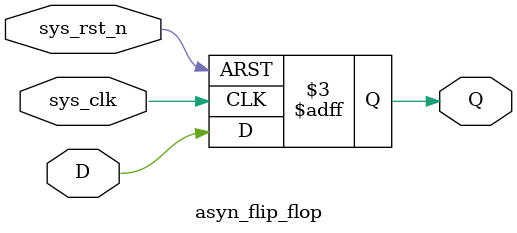
<source format=v>
module asyn_flip_flop
(
input wire sys_clk,
input wire sys_rst_n,
input wire D,

output reg Q
);

always@(posedge sys_clk or negedge sys_rst_n)

if(sys_rst_n == 1'b0)
	Q <= 1'b0;
else
	Q <= D;
	
endmodule


</source>
